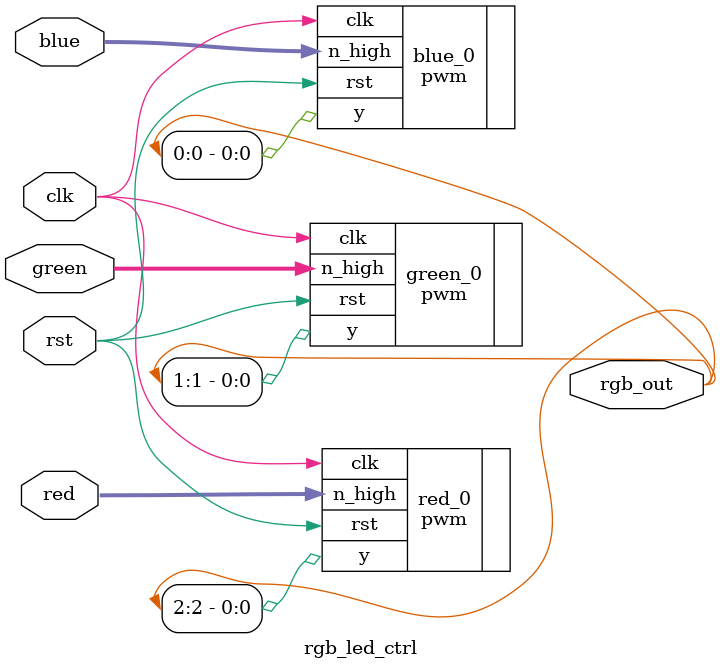
<source format=v>


module rgb_led_ctrl
(
  input clk,
  input rst,
  input[14:0] red,
  input[14:0] green,
  input[14:0] blue,
  output[2:0] rgb_out
);

pwm red_0
(
  .clk(clk),
  .rst(rst),
  .n_high(red),
  .y(rgb_out[2])
);

pwm green_0
(
  .clk(clk),
  .rst(rst),
  .n_high(green),
  .y(rgb_out[1])
);

pwm blue_0
(
  .clk(clk),
  .rst(rst),
  .n_high(blue),
  .y(rgb_out[0])
);

endmodule
</source>
